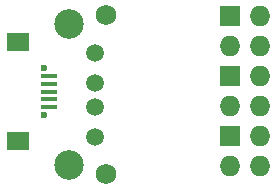
<source format=gbs>
G04 #@! TF.FileFunction,Soldermask,Bot*
%FSLAX46Y46*%
G04 Gerber Fmt 4.6, Leading zero omitted, Abs format (unit mm)*
G04 Created by KiCad (PCBNEW (2015-01-02 BZR 5348)-product) date 4/1/2015 10:56:25 PM*
%MOMM*%
G01*
G04 APERTURE LIST*
%ADD10C,0.100000*%
%ADD11C,1.500000*%
%ADD12C,2.500000*%
%ADD13R,1.900000X1.600000*%
%ADD14R,1.350000X0.400000*%
%ADD15C,0.600000*%
%ADD16R,1.727200X1.727200*%
%ADD17O,1.727200X1.727200*%
%ADD18C,1.727200*%
G04 APERTURE END LIST*
D10*
D11*
X123000000Y-106060000D03*
X123000000Y-103520000D03*
X123000000Y-101480000D03*
X123000000Y-98940000D03*
D12*
X120800000Y-108500000D03*
X120800000Y-96500000D03*
D13*
X116500000Y-106450000D03*
X116500000Y-98050000D03*
D14*
X119175000Y-102250000D03*
X119175000Y-101600000D03*
X119175000Y-100950000D03*
X119175000Y-102900000D03*
X119175000Y-103550000D03*
D15*
X118750000Y-104250000D03*
X118750000Y-100250000D03*
D16*
X134500000Y-106040000D03*
D17*
X134500000Y-108580000D03*
X137040000Y-106040000D03*
X137040000Y-108580000D03*
D16*
X134500000Y-100960000D03*
D17*
X134500000Y-103500000D03*
X137040000Y-100960000D03*
X137040000Y-103500000D03*
D16*
X134500000Y-95880000D03*
D17*
X134500000Y-98420000D03*
X137040000Y-95880000D03*
X137040000Y-98420000D03*
D18*
X124000000Y-109250000D03*
X124000000Y-95750000D03*
M02*

</source>
